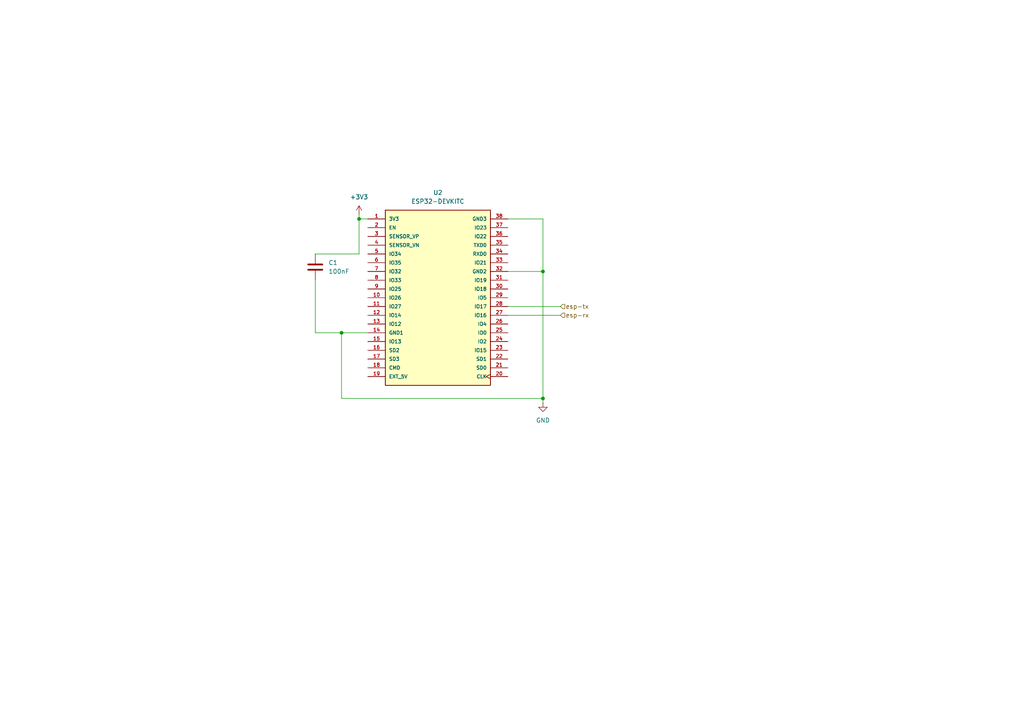
<source format=kicad_sch>
(kicad_sch (version 20230121) (generator eeschema)
  (paper "A4")
  (lib_symbols
    (symbol "Device:C" (pin_numbers hide) (pin_names (offset 0.254))
      (property "Reference" "C" (at 0.635 2.54 0))
      (property "Value" "C" (at 0.635 -2.54 0))
      (symbol "C_0_1"
        (polyline (pts (xy -2.032 -0.762) (xy 2.032 -0.762)) (stroke (width 0.508)))
        (polyline (pts (xy -2.032 0.762) (xy 2.032 0.762)) (stroke (width 0.508)))
      )
      (symbol "C_1_1"
        (pin passive line (at 0 3.81 270) (length 2.794) (name "~") (number "1"))
        (pin passive line (at 0 -3.81 90) (length 2.794) (name "~") (number "2"))
      )
    )
    (symbol "esp:ESP32-DEVKITC" (pin_names (offset 1.016))
      (property "Reference" "U" (at -15.2572 26.0643 0))
      (property "Value" "ESP32-DEVKITC" (at -15.2563 -27.9698 0))
      (symbol "ESP32-DEVKITC_0_0"
        (rectangle (start -15.24 -25.4) (end 15.24 25.4) (stroke (width 0.254)) (fill (type background)))
        (pin power_in line (at -20.32 22.86 0) (length 5.08) (name "3V3") (number "1"))
        (pin bidirectional line (at -20.32 0 0) (length 5.08) (name "IO26") (number "10"))
        (pin bidirectional line (at -20.32 -2.54 0) (length 5.08) (name "IO27") (number "11"))
        (pin bidirectional line (at -20.32 -5.08 0) (length 5.08) (name "IO14") (number "12"))
        (pin bidirectional line (at -20.32 -7.62 0) (length 5.08) (name "IO12") (number "13"))
        (pin power_in line (at -20.32 -10.16 0) (length 5.08) (name "GND1") (number "14"))
        (pin bidirectional line (at -20.32 -12.7 0) (length 5.08) (name "IO13") (number "15"))
        (pin bidirectional line (at -20.32 -15.24 0) (length 5.08) (name "SD2") (number "16"))
        (pin bidirectional line (at -20.32 -17.78 0) (length 5.08) (name "SD3") (number "17"))
        (pin bidirectional line (at -20.32 -20.32 0) (length 5.08) (name "CMD") (number "18"))
        (pin power_in line (at -20.32 -22.86 0) (length 5.08) (name "EXT_5V") (number "19"))
        (pin input line (at -20.32 20.32 0) (length 5.08) (name "EN") (number "2"))
        (pin input clock (at 20.32 -22.86 180) (length 5.08) (name "CLK") (number "20"))
        (pin bidirectional line (at 20.32 -20.32 180) (length 5.08) (name "SD0") (number "21"))
        (pin bidirectional line (at 20.32 -17.78 180) (length 5.08) (name "SD1") (number "22"))
        (pin bidirectional line (at 20.32 -15.24 180) (length 5.08) (name "IO15") (number "23"))
        (pin bidirectional line (at 20.32 -12.7 180) (length 5.08) (name "IO2") (number "24"))
        (pin bidirectional line (at 20.32 -10.16 180) (length 5.08) (name "IO0") (number "25"))
        (pin bidirectional line (at 20.32 -7.62 180) (length 5.08) (name "IO4") (number "26"))
        (pin bidirectional line (at 20.32 -5.08 180) (length 5.08) (name "IO16") (number "27"))
        (pin bidirectional line (at 20.32 -2.54 180) (length 5.08) (name "IO17") (number "28"))
        (pin bidirectional line (at 20.32 0 180) (length 5.08) (name "IO5") (number "29"))
        (pin input line (at -20.32 17.78 0) (length 5.08) (name "SENSOR_VP") (number "3"))
        (pin bidirectional line (at 20.32 2.54 180) (length 5.08) (name "IO18") (number "30"))
        (pin bidirectional line (at 20.32 5.08 180) (length 5.08) (name "IO19") (number "31"))
        (pin power_in line (at 20.32 7.62 180) (length 5.08) (name "GND2") (number "32"))
        (pin bidirectional line (at 20.32 10.16 180) (length 5.08) (name "IO21") (number "33"))
        (pin input line (at 20.32 12.7 180) (length 5.08) (name "RXD0") (number "34"))
        (pin output line (at 20.32 15.24 180) (length 5.08) (name "TXD0") (number "35"))
        (pin bidirectional line (at 20.32 17.78 180) (length 5.08) (name "IO22") (number "36"))
        (pin bidirectional line (at 20.32 20.32 180) (length 5.08) (name "IO23") (number "37"))
        (pin power_in line (at 20.32 22.86 180) (length 5.08) (name "GND3") (number "38"))
        (pin input line (at -20.32 15.24 0) (length 5.08) (name "SENSOR_VN") (number "4"))
        (pin bidirectional line (at -20.32 12.7 0) (length 5.08) (name "IO34") (number "5"))
        (pin bidirectional line (at -20.32 10.16 0) (length 5.08) (name "IO35") (number "6"))
        (pin bidirectional line (at -20.32 7.62 0) (length 5.08) (name "IO32") (number "7"))
        (pin bidirectional line (at -20.32 5.08 0) (length 5.08) (name "IO33") (number "8"))
        (pin bidirectional line (at -20.32 2.54 0) (length 5.08) (name "IO25") (number "9"))
      )
    )
    (symbol "power:+3V3" (power) (pin_names (offset 0))
      (property "Value" "+3V3" (at 0 3.556 0))
      (symbol "+3V3_0_1"
        (polyline (pts (xy -0.762 1.27) (xy 0 2.54)))
        (polyline (pts (xy 0 0) (xy 0 2.54)))
        (polyline (pts (xy 0 2.54) (xy 0.762 1.27)))
      )
      (symbol "+3V3_1_1"
        (pin power_in line (at 0 0 90) (length 0) hide (name "+3V3") (number "1"))
      )
    )
    (symbol "power:GND" (power) (pin_names (offset 0))
      (property "Value" "GND" (at 0 -3.81 0))
      (symbol "GND_0_1"
        (polyline (pts (xy 0 0) (xy 0 -1.27) (xy 1.27 -1.27) (xy 0 -2.54) (xy -1.27 -1.27) (xy 0 -1.27)))
      )
      (symbol "GND_1_1"
        (pin power_in line (at 0 0 270) (length 0) hide (name "GND") (number "1"))
      )
    )
  )
  (junction (at 157.48 78.74))
  (junction (at 99.06 96.52))
  (junction (at 157.48 115.57))
  (junction (at 104.14 63.5))
  (wire (pts (xy 99.06 96.52) (xy 99.06 115.57)))
  (wire (pts (xy 157.48 63.5) (xy 157.48 78.74)))
  (wire (pts (xy 106.68 96.52) (xy 99.06 96.52)))
  (wire (pts (xy 147.32 78.74) (xy 157.48 78.74)))
  (wire (pts (xy 91.44 73.66) (xy 104.14 73.66)))
  (wire (pts (xy 91.44 81.28) (xy 91.44 96.52)))
  (wire (pts (xy 157.48 63.5) (xy 147.32 63.5)))
  (wire (pts (xy 104.14 63.5) (xy 106.68 63.5)))
  (wire (pts (xy 99.06 115.57) (xy 157.48 115.57)))
  (wire (pts (xy 104.14 62.23) (xy 104.14 63.5)))
  (wire (pts (xy 157.48 78.74) (xy 157.48 115.57)))
  (wire (pts (xy 147.32 91.44) (xy 162.56 91.44)))
  (wire (pts (xy 157.48 115.57) (xy 157.48 116.84)))
  (wire (pts (xy 104.14 63.5) (xy 104.14 73.66)))
  (wire (pts (xy 91.44 96.52) (xy 99.06 96.52)))
  (wire (pts (xy 147.32 88.9) (xy 162.56 88.9)))
  (hierarchical_label "esp-rx" (shape input) (at 162.56 91.44 0))
  (hierarchical_label "esp-tx" (shape input) (at 162.56 88.9 0))
  (symbol (lib_id "power:GND") (at 157.48 116.84 0) (unit 1)
    (property "Reference" "#PWR011" (effects hide))
    (property "Value" "GND" (at 157.48 121.92 0))
  )
  (symbol (lib_id "power:+3V3") (at 104.14 62.23 0) (unit 1)
    (property "Reference" "#PWR09" (effects hide))
    (property "Value" "+3V3" (at 104.14 57.15 0))
  )
  (symbol (lib_id "Device:C") (at 91.44 77.47 0) (unit 1)
    (property "Reference" "C1" (at 95.25 76.2 0) (effects (justify left)))
    (property "Value" "100nF" (at 95.25 78.74 0) (effects (justify left)))
    (property "Footprint" "Capacitor_SMD:C_1210_3225Metric_Pad1.33x2.70mm_HandSolder" (effects hide))
  )
  (symbol (lib_id "esp:ESP32-DEVKITC") (at 127 86.36 0) (unit 1)
    (property "Reference" "U2" (at 127 55.88 0))
    (property "Value" "ESP32-DEVKITC" (at 127 58.42 0))
    (property "Footprint" "esp:MODULE_ESP32-DEVKITC" (effects hide))
    (property "MF" "Espressif Systems" (effects hide))
    (property "Description" "\nESP32-WROOM-32UE series Transceiver; 802.11 b/g/n (Wi-Fi, WiFi, WLAN), Bluetooth ® Smart Ready 4.x Dual Mode Evaluation Board\n" (effects hide))
    (property "Package" "None" (effects hide))
    (property "Price" "None" (effects hide))
    (property "Check_prices" "https://www.snapeda.com/parts/ESP32-DEVKITC/Espressif+Systems/view-part/?ref=eda" (effects hide))
    (property "STANDARD" "Manufacturer Recommendations" (effects hide))
    (property "PARTREV" "N/A" (effects hide))
    (property "SnapEDA_Link" "https://www.snapeda.com/parts/ESP32-DEVKITC/Espressif+Systems/view-part/?ref=snap" (effects hide))
    (property "MP" "ESP32-DEVKITC" (effects hide))
    (property "Availability" "In Stock" (effects hide))
    (property "MANUFACTURER" "ESPRESSIF" (effects hide))
  )
)
</source>
